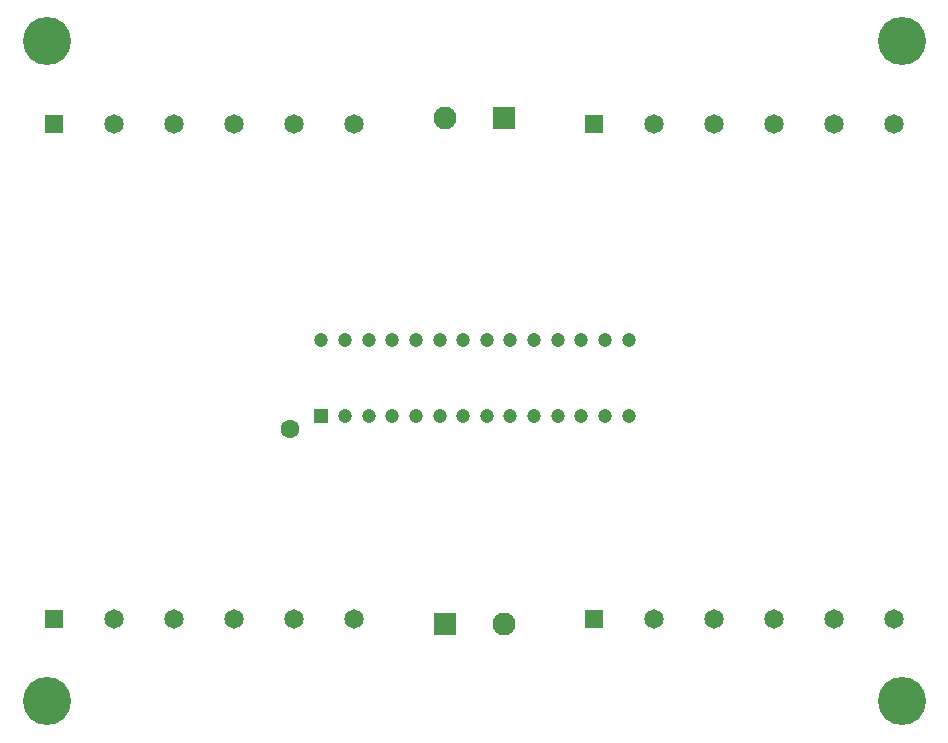
<source format=gbl>
G04*
G04 #@! TF.GenerationSoftware,Altium Limited,Altium Designer,20.1.14 (287)*
G04*
G04 Layer_Physical_Order=2*
G04 Layer_Color=16711680*
%FSLAX25Y25*%
%MOIN*%
G70*
G04*
G04 #@! TF.SameCoordinates,2D993F0E-9169-457A-8C09-F8E6D10386A7*
G04*
G04*
G04 #@! TF.FilePolarity,Positive*
G04*
G01*
G75*
%ADD23R,0.06496X0.06496*%
%ADD24C,0.06496*%
%ADD25C,0.07677*%
%ADD26R,0.07677X0.07677*%
%ADD27C,0.16000*%
%ADD28C,0.06299*%
%ADD29R,0.04724X0.04724*%
%ADD30C,0.04724*%
D23*
X196500Y41500D02*
D03*
X16500D02*
D03*
X196500Y206500D02*
D03*
X16500D02*
D03*
D24*
X216500Y41500D02*
D03*
X236500D02*
D03*
X256500D02*
D03*
X276500D02*
D03*
X296500D02*
D03*
X36500D02*
D03*
X56500D02*
D03*
X76500D02*
D03*
X96500D02*
D03*
X116500D02*
D03*
X216500Y206500D02*
D03*
X236500D02*
D03*
X256500D02*
D03*
X276500D02*
D03*
X296500D02*
D03*
X36500D02*
D03*
X56500D02*
D03*
X76500D02*
D03*
X96500D02*
D03*
X116500D02*
D03*
D25*
X166342Y39728D02*
D03*
X146658Y208272D02*
D03*
D26*
Y39728D02*
D03*
X166342Y208272D02*
D03*
D27*
X14000Y234000D02*
D03*
X299000D02*
D03*
Y14000D02*
D03*
X14000D02*
D03*
D28*
X95201Y104669D02*
D03*
D29*
X105634Y109000D02*
D03*
D30*
X113508D02*
D03*
X121382D02*
D03*
X129256D02*
D03*
X137130D02*
D03*
X145004D02*
D03*
X152878D02*
D03*
X160752D02*
D03*
X168626D02*
D03*
X176500D02*
D03*
X184374D02*
D03*
X192248D02*
D03*
X200122D02*
D03*
X207996D02*
D03*
X105634Y134591D02*
D03*
X113508D02*
D03*
X121382D02*
D03*
X129256D02*
D03*
X137130D02*
D03*
X145004D02*
D03*
X152878D02*
D03*
X160752D02*
D03*
X168626D02*
D03*
X176500D02*
D03*
X184374D02*
D03*
X192248D02*
D03*
X200122D02*
D03*
X207996D02*
D03*
M02*

</source>
